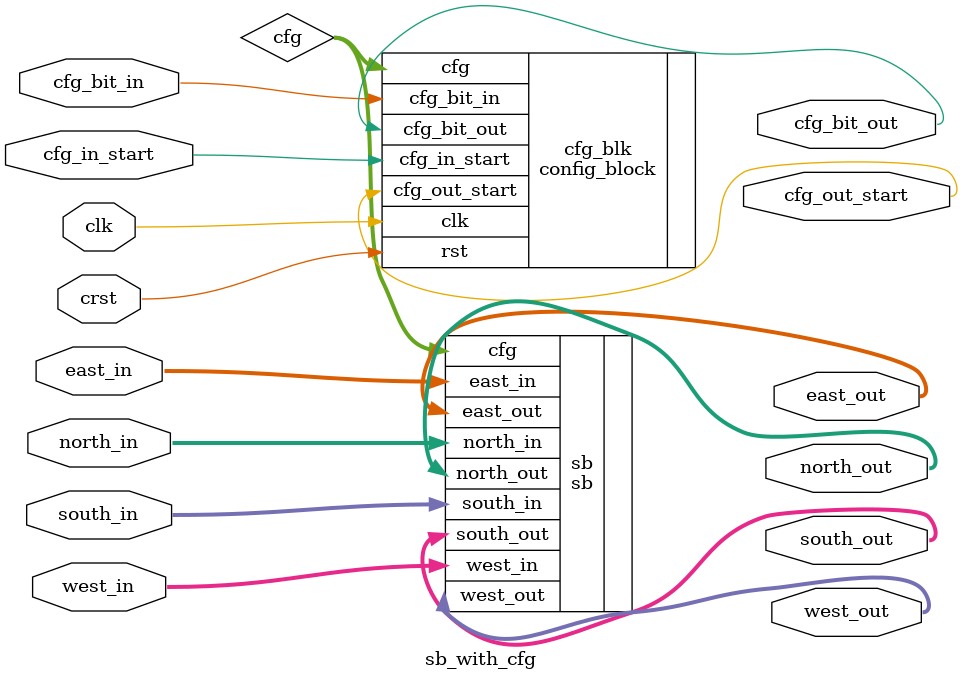
<source format=v>

module sb_with_cfg #(
  parameter CHN_WIDTH = 16,
  parameter ID_WIDTH  = 3,
  parameter ID        = 7
) (
  input  [CHN_WIDTH-1:0] north_in,
  input  [CHN_WIDTH-1:0] east_in,
  input  [CHN_WIDTH-1:0] south_in,
  input  [CHN_WIDTH-1:0] west_in,

  output [CHN_WIDTH-1:0] north_out,
  output [CHN_WIDTH-1:0] east_out,
  output [CHN_WIDTH-1:0] south_out,
  output [CHN_WIDTH-1:0] west_out,

  input  wire clk,  // global clock (TODO: separate clocks for fabric logic and config?)
  input  wire crst, // system-wide reset (or config reset)
  input  wire cfg_in_start,
  input  wire cfg_bit_in,
  output wire cfg_out_start,
  output wire cfg_bit_out
);

  localparam CFG_SIZE = 8 * CHN_WIDTH;

  wire [CFG_SIZE-1:0] cfg;

  sb #(
    .CHN_WIDTH(CHN_WIDTH),
    .CFG_SIZE(CFG_SIZE)
  ) sb (
    .north_in(north_in),   // input
    .east_in(east_in),     // input
    .south_in(south_in),   // input
    .west_in(west_in),     // input

    .north_out(north_out), // output
    .east_out(east_out),   // output
    .south_out(south_out), // output
    .west_out(west_out),   // output
    .cfg(cfg)
  );

  config_block #(
    .CFG_SIZE(CFG_SIZE),
    .SHIFT_LEN(16),
    .ID_WIDTH(ID_WIDTH),
    .ID(ID)
  ) cfg_blk (
    .clk(clk),
    .rst(crst),
    .cfg_in_start(cfg_in_start),
    .cfg_bit_in(cfg_bit_in),
    .cfg_out_start(cfg_out_start),
    .cfg_bit_out(cfg_bit_out),
    .cfg(cfg)
  );

endmodule

</source>
